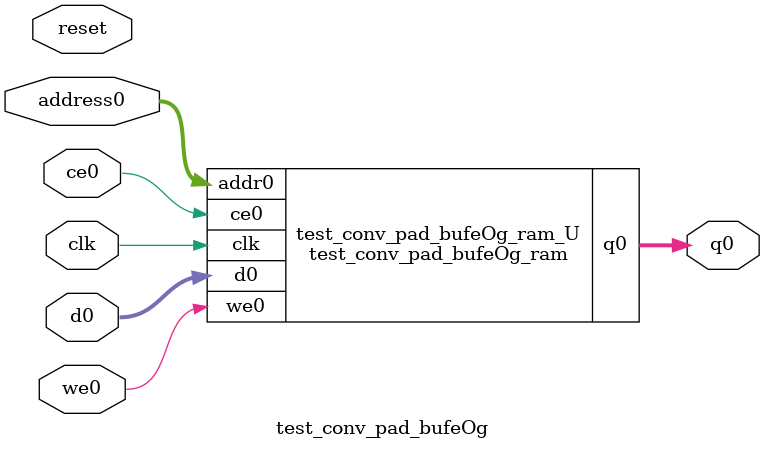
<source format=v>
`timescale 1 ns / 1 ps
module test_conv_pad_bufeOg_ram (addr0, ce0, d0, we0, q0,  clk);

parameter DWIDTH = 4;
parameter AWIDTH = 16;
parameter MEM_SIZE = 52164;

input[AWIDTH-1:0] addr0;
input ce0;
input[DWIDTH-1:0] d0;
input we0;
output reg[DWIDTH-1:0] q0;
input clk;

(* ram_style = "block" *)reg [DWIDTH-1:0] ram[0:MEM_SIZE-1];




always @(posedge clk)  
begin 
    if (ce0) begin
        if (we0) 
            ram[addr0] <= d0; 
        q0 <= ram[addr0];
    end
end


endmodule

`timescale 1 ns / 1 ps
module test_conv_pad_bufeOg(
    reset,
    clk,
    address0,
    ce0,
    we0,
    d0,
    q0);

parameter DataWidth = 32'd4;
parameter AddressRange = 32'd52164;
parameter AddressWidth = 32'd16;
input reset;
input clk;
input[AddressWidth - 1:0] address0;
input ce0;
input we0;
input[DataWidth - 1:0] d0;
output[DataWidth - 1:0] q0;



test_conv_pad_bufeOg_ram test_conv_pad_bufeOg_ram_U(
    .clk( clk ),
    .addr0( address0 ),
    .ce0( ce0 ),
    .we0( we0 ),
    .d0( d0 ),
    .q0( q0 ));

endmodule


</source>
